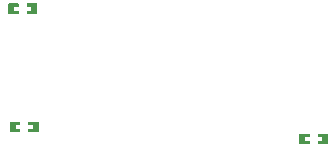
<source format=gtp>
G04 Layer: TopPasteMaskLayer*
G04 EasyEDA v6.5.5, 2022-05-22 00:28:19*
G04 37d94133e9fb4008a465715c89777dd1,10*
G04 Gerber Generator version 0.2*
G04 Scale: 100 percent, Rotated: No, Reflected: No *
G04 Dimensions in millimeters *
G04 leading zeros omitted , absolute positions ,4 integer and 5 decimal *
%FSLAX45Y45*%
%MOMM*%

%ADD10C,0.0001*%

%LPD*%
G36*
X2782722Y3270808D02*
G01*
X2777693Y3265779D01*
X2777693Y3243021D01*
X2814675Y3243021D01*
X2814675Y3210001D01*
X2777693Y3210001D01*
X2777693Y3185820D01*
X2782722Y3180791D01*
X2862681Y3180791D01*
X2867710Y3185820D01*
X2867710Y3265779D01*
X2862681Y3270808D01*
G37*
G36*
X2623718Y3270808D02*
G01*
X2618689Y3265779D01*
X2618689Y3185820D01*
X2623718Y3180791D01*
X2702712Y3180791D01*
X2707690Y3185820D01*
X2707690Y3210001D01*
X2669692Y3210001D01*
X2669692Y3243021D01*
X2707690Y3243021D01*
X2707690Y3265779D01*
X2702712Y3270808D01*
G37*
G36*
X2770022Y4274108D02*
G01*
X2764993Y4269079D01*
X2764993Y4246321D01*
X2801975Y4246321D01*
X2801975Y4213301D01*
X2764993Y4213301D01*
X2764993Y4189120D01*
X2770022Y4184091D01*
X2849981Y4184091D01*
X2855010Y4189120D01*
X2855010Y4269079D01*
X2849981Y4274108D01*
G37*
G36*
X2611018Y4274108D02*
G01*
X2605989Y4269079D01*
X2605989Y4189120D01*
X2611018Y4184091D01*
X2690012Y4184091D01*
X2694990Y4189120D01*
X2694990Y4213301D01*
X2656992Y4213301D01*
X2656992Y4246321D01*
X2694990Y4246321D01*
X2694990Y4269079D01*
X2690012Y4274108D01*
G37*
G36*
X5233822Y3169208D02*
G01*
X5228793Y3164179D01*
X5228793Y3141421D01*
X5265775Y3141421D01*
X5265775Y3108401D01*
X5228793Y3108401D01*
X5228793Y3084220D01*
X5233822Y3079191D01*
X5313781Y3079191D01*
X5318810Y3084220D01*
X5318810Y3164179D01*
X5313781Y3169208D01*
G37*
G36*
X5074818Y3169208D02*
G01*
X5069789Y3164179D01*
X5069789Y3084220D01*
X5074818Y3079191D01*
X5153812Y3079191D01*
X5158790Y3084220D01*
X5158790Y3108401D01*
X5120792Y3108401D01*
X5120792Y3141421D01*
X5158790Y3141421D01*
X5158790Y3164179D01*
X5153812Y3169208D01*
G37*
M02*

</source>
